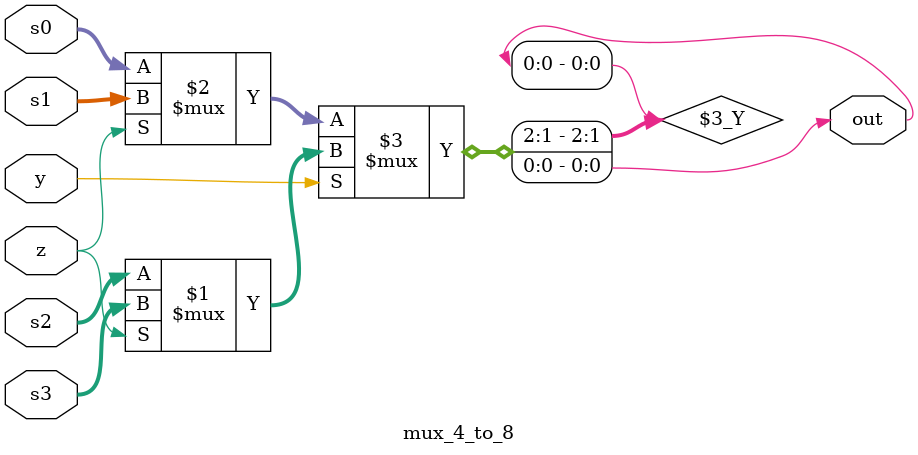
<source format=v>
`timescale 1ns / 1ps

module mux_4_to_8(s0,s1,s2,s3,y,z,out);
    input [2:0] s0,s1,s2,s3;
    input y,z;
    output out;
    assign out = y ?  (z ? s3:s2): (z ? s1:s0);
endmodule

</source>
